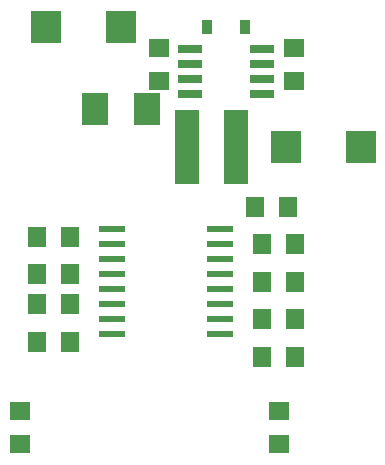
<source format=gtp>
G75*
G70*
%OFA0B0*%
%FSLAX24Y24*%
%IPPOS*%
%LPD*%
%AMOC8*
5,1,8,0,0,1.08239X$1,22.5*
%
%ADD10R,0.0866X0.0236*%
%ADD11R,0.0630X0.0709*%
%ADD12R,0.0709X0.0630*%
%ADD13R,0.1004X0.1063*%
%ADD14R,0.0800X0.0260*%
%ADD15R,0.0846X0.2480*%
%ADD16R,0.0850X0.1080*%
%ADD17R,0.0358X0.0480*%
D10*
X009743Y004982D03*
X009743Y005482D03*
X009743Y005982D03*
X009743Y006482D03*
X009743Y006982D03*
X009743Y007482D03*
X009743Y007982D03*
X009743Y008482D03*
X013365Y008482D03*
X013365Y007982D03*
X013365Y007482D03*
X013365Y006982D03*
X013365Y006482D03*
X013365Y005982D03*
X013365Y005482D03*
X013365Y004982D03*
D11*
X014753Y005482D03*
X015855Y005482D03*
X015855Y006732D03*
X014753Y006732D03*
X014753Y007982D03*
X015855Y007982D03*
X015605Y009232D03*
X014503Y009232D03*
X008355Y008232D03*
X007253Y008232D03*
X007253Y006982D03*
X007253Y005982D03*
X008355Y005982D03*
X008355Y006982D03*
X008355Y004732D03*
X007253Y004732D03*
X014753Y004232D03*
X015855Y004232D03*
D12*
X006679Y001306D03*
X006679Y002408D03*
X015304Y002408D03*
X015304Y001306D03*
X015804Y013431D03*
X015804Y014533D03*
X011304Y014533D03*
X011304Y013431D03*
D13*
X010052Y015232D03*
X007556Y015232D03*
X015556Y011232D03*
X018052Y011232D03*
D14*
X014764Y012982D03*
X014764Y013482D03*
X014764Y013982D03*
X014764Y014482D03*
X012344Y014482D03*
X012344Y013982D03*
X012344Y013482D03*
X012344Y012982D03*
D15*
X012237Y011232D03*
X013871Y011232D03*
D16*
X010924Y012482D03*
X009184Y012482D03*
D17*
X012910Y015232D03*
X014198Y015232D03*
M02*

</source>
